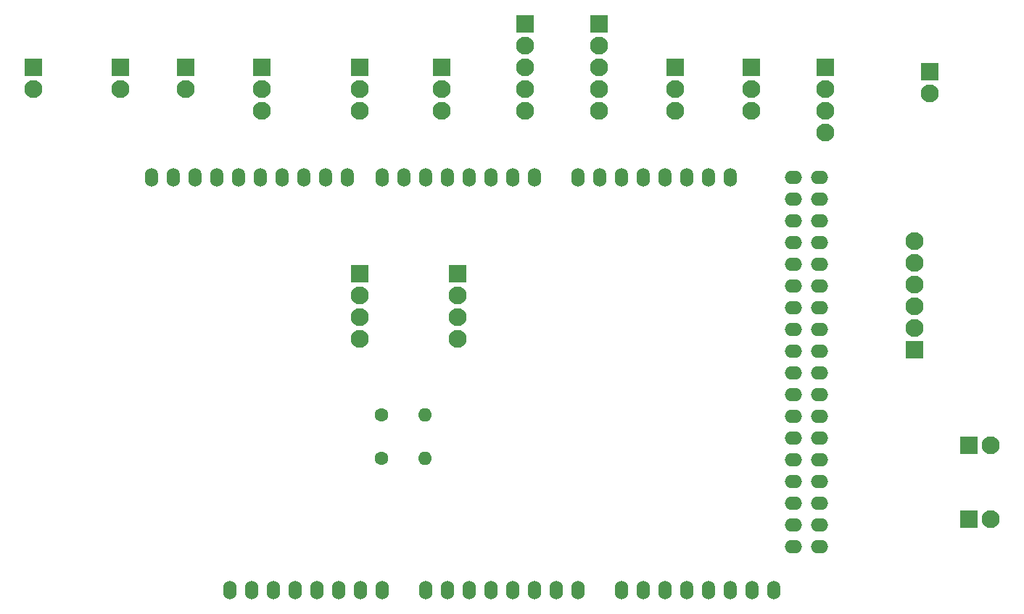
<source format=gtl>
G04 #@! TF.GenerationSoftware,KiCad,Pcbnew,(5.1.6)-1*
G04 #@! TF.CreationDate,2020-08-27T22:58:18+05:30*
G04 #@! TF.ProjectId,PCB board,50434220-626f-4617-9264-2e6b69636164,rev?*
G04 #@! TF.SameCoordinates,Original*
G04 #@! TF.FileFunction,Copper,L1,Top*
G04 #@! TF.FilePolarity,Positive*
%FSLAX46Y46*%
G04 Gerber Fmt 4.6, Leading zero omitted, Abs format (unit mm)*
G04 Created by KiCad (PCBNEW (5.1.6)-1) date 2020-08-27 22:58:18*
%MOMM*%
%LPD*%
G01*
G04 APERTURE LIST*
G04 #@! TA.AperFunction,ComponentPad*
%ADD10O,1.524000X2.197100*%
G04 #@! TD*
G04 #@! TA.AperFunction,ComponentPad*
%ADD11O,1.998980X1.539240*%
G04 #@! TD*
G04 #@! TA.AperFunction,ComponentPad*
%ADD12O,1.998980X1.536700*%
G04 #@! TD*
G04 #@! TA.AperFunction,ComponentPad*
%ADD13O,1.524000X2.199640*%
G04 #@! TD*
G04 #@! TA.AperFunction,ComponentPad*
%ADD14O,1.600000X1.600000*%
G04 #@! TD*
G04 #@! TA.AperFunction,ComponentPad*
%ADD15C,1.600000*%
G04 #@! TD*
G04 #@! TA.AperFunction,ComponentPad*
%ADD16R,2.100000X2.100000*%
G04 #@! TD*
G04 #@! TA.AperFunction,ComponentPad*
%ADD17C,2.100000*%
G04 #@! TD*
G04 APERTURE END LIST*
D10*
X115376001Y-71310501D03*
X117916001Y-71310501D03*
X120456001Y-71310501D03*
X122996001Y-71310501D03*
X125536001Y-71310501D03*
X128076001Y-71310501D03*
X130616001Y-71310501D03*
X133156001Y-71310501D03*
X135696001Y-71310501D03*
X138236001Y-71310501D03*
X142300001Y-71310501D03*
X144840001Y-71310501D03*
X147380001Y-71310501D03*
X149920001Y-71310501D03*
X152460001Y-71310501D03*
X155000001Y-71310501D03*
X157540001Y-71310501D03*
X160080001Y-71310501D03*
X165160001Y-71310501D03*
X167700001Y-71310501D03*
X170240001Y-71310501D03*
X172780001Y-71310501D03*
X175320001Y-71310501D03*
X177860001Y-71310501D03*
X180400001Y-71310501D03*
X182940001Y-71310501D03*
D11*
X190311081Y-86550501D03*
X190311081Y-89090501D03*
X190311081Y-91630501D03*
X190311081Y-94170501D03*
X190311081Y-96710501D03*
X190311081Y-99250501D03*
X190311081Y-101790501D03*
X190311081Y-104330501D03*
D12*
X193346381Y-111950501D03*
X193346381Y-114490501D03*
D11*
X190311081Y-71310501D03*
X190311081Y-73850501D03*
X190311081Y-76390501D03*
X190311081Y-78930501D03*
X190311081Y-81470501D03*
X190311081Y-84010501D03*
D12*
X193346381Y-91630501D03*
X193346381Y-94170501D03*
X193346381Y-96710501D03*
X193346381Y-99250501D03*
X193346381Y-101790501D03*
X193346381Y-104330501D03*
X193346381Y-106870501D03*
X193346381Y-109410501D03*
D10*
X185480001Y-119570501D03*
X182940001Y-119570501D03*
X180400001Y-119570501D03*
X177860001Y-119570501D03*
D13*
X175320001Y-119570501D03*
X172780001Y-119570501D03*
X170240001Y-119570501D03*
X165160001Y-119570501D03*
X129600001Y-119570501D03*
X127060001Y-119570501D03*
X124520001Y-119570501D03*
X139760001Y-119570501D03*
X137220001Y-119570501D03*
X134680001Y-119570501D03*
X132140001Y-119570501D03*
X162620001Y-119570501D03*
X160080001Y-119570501D03*
X157540001Y-119570501D03*
X155000001Y-119570501D03*
X152460001Y-119570501D03*
X149920001Y-119570501D03*
X147380001Y-119570501D03*
X142300001Y-119570501D03*
D12*
X193346381Y-71310501D03*
X193346381Y-73850501D03*
X193346381Y-76390501D03*
X193346381Y-78930501D03*
X193346381Y-81470501D03*
X193346381Y-84010501D03*
X193346381Y-86550501D03*
X193346381Y-89090501D03*
D11*
X190311081Y-106870501D03*
X190311081Y-109410501D03*
X190311081Y-111950501D03*
X190311081Y-114490501D03*
D10*
X188020001Y-119570501D03*
D14*
X147320000Y-104140000D03*
D15*
X142240000Y-104140000D03*
D14*
X147320000Y-99060000D03*
D15*
X142240000Y-99060000D03*
D16*
X176530000Y-58420000D03*
D17*
X176530000Y-60960000D03*
X176530000Y-63500000D03*
X149225000Y-63500000D03*
X149225000Y-60960000D03*
D16*
X149225000Y-58420000D03*
D17*
X139700000Y-63500000D03*
X139700000Y-60960000D03*
D16*
X139700000Y-58420000D03*
X101600000Y-58420000D03*
D17*
X101600000Y-60960000D03*
X128270000Y-63500000D03*
X128270000Y-60960000D03*
D16*
X128270000Y-58420000D03*
X111760000Y-58420000D03*
D17*
X111760000Y-60960000D03*
D16*
X119380000Y-58420000D03*
D17*
X119380000Y-60960000D03*
X151130000Y-90170000D03*
X151130000Y-87630000D03*
X151130000Y-85090000D03*
D16*
X151130000Y-82550000D03*
X139700000Y-82550000D03*
D17*
X139700000Y-85090000D03*
X139700000Y-87630000D03*
X139700000Y-90170000D03*
D16*
X204470000Y-91440000D03*
D17*
X204470000Y-88900000D03*
X204470000Y-86360000D03*
X204470000Y-83820000D03*
X204470000Y-81280000D03*
X204470000Y-78740000D03*
D16*
X185420000Y-58420000D03*
D17*
X185420000Y-60960000D03*
X185420000Y-63500000D03*
D16*
X210820000Y-102616000D03*
D17*
X213360000Y-102616000D03*
X213360000Y-111252000D03*
D16*
X210820000Y-111252000D03*
X194056000Y-58420000D03*
D17*
X194056000Y-60960000D03*
X194056000Y-63500000D03*
X194056000Y-66040000D03*
D16*
X206248000Y-58928000D03*
D17*
X206248000Y-61468000D03*
D16*
X159004000Y-53340000D03*
D17*
X159004000Y-55880000D03*
X159004000Y-58420000D03*
X159004000Y-60960000D03*
X159004000Y-63500000D03*
D16*
X167640000Y-53340000D03*
D17*
X167640000Y-55880000D03*
X167640000Y-58420000D03*
X167640000Y-60960000D03*
X167640000Y-63500000D03*
M02*

</source>
